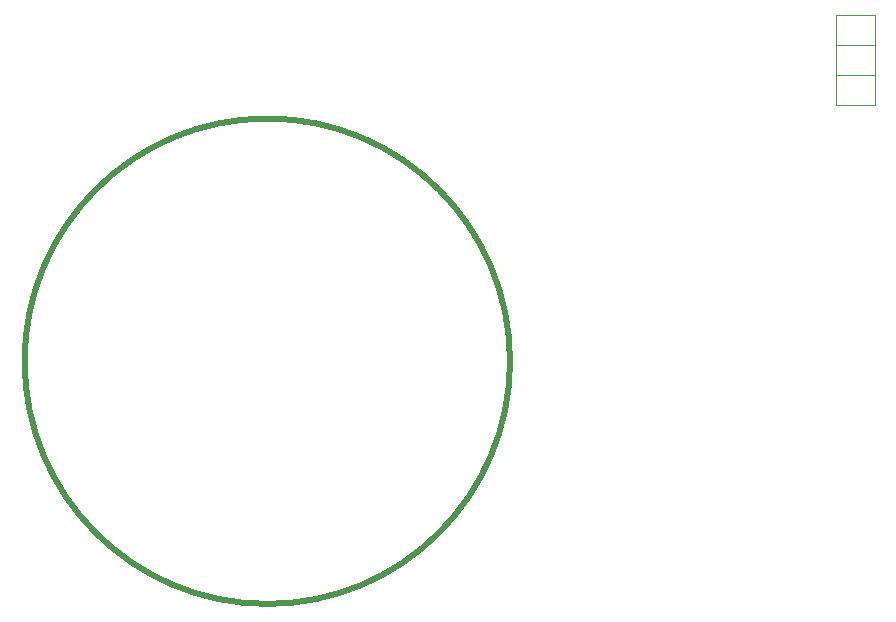
<source format=gbr>
%TF.GenerationSoftware,KiCad,Pcbnew,(6.0.4)*%
%TF.CreationDate,2022-06-21T01:29:20+02:00*%
%TF.ProjectId,battoota,62617474-6f6f-4746-912e-6b696361645f,v1.0.0*%
%TF.SameCoordinates,Original*%
%TF.FileFunction,Other,User*%
%FSLAX46Y46*%
G04 Gerber Fmt 4.6, Leading zero omitted, Abs format (unit mm)*
G04 Created by KiCad (PCBNEW (6.0.4)) date 2022-06-21 01:29:20*
%MOMM*%
%LPD*%
G01*
G04 APERTURE LIST*
%ADD10C,0.050000*%
%ADD11C,0.550000*%
G04 APERTURE END LIST*
D10*
%TO.C,MCU1*%
X154676477Y115633254D02*
X157976477Y115633254D01*
X157976477Y113053254D02*
X154676477Y113053254D01*
X154676477Y110553254D02*
X154676477Y113053254D01*
X157976477Y118133254D02*
X157976477Y115633254D01*
X157976477Y115593254D02*
X154676477Y115593254D01*
X154676477Y113093254D02*
X157976477Y113093254D01*
X154676477Y113093254D02*
X154676477Y115593254D01*
X154676477Y110553254D02*
X157976477Y110553254D01*
X157976477Y118133254D02*
X154676477Y118133254D01*
X154676477Y115633254D02*
X154676477Y118133254D01*
X157976477Y113053254D02*
X157976477Y110553254D01*
X157976477Y115593254D02*
X157976477Y113093254D01*
D11*
%TO.C,REF\u002A\u002A*%
X127098085Y88832374D02*
G75*
G03*
X127098085Y88832374I-20550000J0D01*
G01*
%TD*%
M02*

</source>
